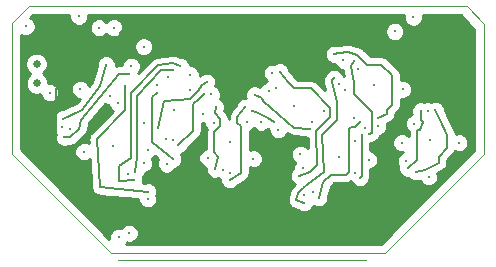
<source format=gbr>
G04 (created by PCBNEW-RS274X (2012-apr-16-27)-stable) date Thu 03 Apr 2014 02:01:57 PM EDT*
G01*
G70*
G90*
%MOIN*%
G04 Gerber Fmt 3.4, Leading zero omitted, Abs format*
%FSLAX34Y34*%
G04 APERTURE LIST*
%ADD10C,0.006000*%
%ADD11C,0.000400*%
%ADD12C,0.002000*%
%ADD13C,0.013000*%
%ADD14C,0.026000*%
%ADD15C,0.007000*%
%ADD16C,0.008000*%
%ADD17C,0.010000*%
G04 APERTURE END LIST*
G54D10*
G54D11*
X24646Y-27224D02*
X27953Y-23917D01*
X15512Y-27224D02*
X12205Y-23917D01*
X15512Y-27224D02*
X24646Y-27224D01*
X12766Y-18996D02*
X12205Y-19557D01*
X27392Y-18996D02*
X27953Y-19596D01*
X26939Y-18996D02*
X27392Y-18996D01*
X27953Y-19596D02*
X27953Y-23917D01*
X16663Y-18996D02*
X26938Y-18996D01*
X12205Y-19557D02*
X12205Y-23917D01*
X16664Y-18996D02*
X12766Y-18996D01*
X15748Y-27461D02*
X24016Y-27461D01*
G54D12*
X15748Y-27461D02*
X24016Y-27461D01*
G54D13*
X25591Y-19360D03*
X14439Y-19331D03*
X24970Y-19833D03*
X12687Y-19665D03*
X16260Y-24783D03*
X17815Y-20984D03*
X16319Y-24508D03*
X17579Y-21122D03*
X17087Y-23051D03*
X18701Y-21516D03*
X17736Y-23622D03*
X18602Y-21909D03*
X18996Y-22362D03*
X18986Y-24419D03*
X19980Y-22362D03*
X19469Y-24774D03*
X20945Y-22854D03*
X20197Y-22480D03*
X22146Y-23081D03*
X20295Y-21939D03*
X21132Y-21171D03*
X21788Y-24643D03*
X23868Y-23268D03*
X23809Y-24705D03*
X24114Y-23248D03*
X23612Y-20827D03*
X22953Y-20591D03*
X24400Y-22717D03*
X25827Y-22480D03*
X25394Y-24390D03*
X26319Y-22451D03*
X25669Y-24518D03*
X21949Y-25285D03*
X23120Y-21585D03*
X23612Y-22707D03*
X22254Y-25177D03*
X15728Y-22205D03*
X16732Y-25413D03*
X15965Y-21663D03*
X16732Y-25177D03*
X17047Y-21870D03*
X17559Y-24094D03*
X21949Y-25551D03*
X22943Y-21388D03*
X23819Y-22835D03*
X22441Y-25384D03*
X16594Y-20334D03*
X13878Y-23012D03*
X16181Y-20994D03*
X14154Y-23071D03*
X16083Y-24587D03*
X17402Y-21339D03*
X18150Y-21280D03*
X16594Y-24232D03*
X17343Y-23406D03*
X18150Y-21772D03*
X17579Y-23445D03*
X18858Y-21929D03*
X18937Y-22874D03*
X19252Y-24459D03*
X19469Y-24537D03*
X20039Y-22835D03*
X17028Y-21614D03*
X17362Y-24252D03*
X20778Y-21811D03*
X21083Y-23100D03*
X21024Y-21703D03*
X22215Y-22854D03*
X21900Y-24380D03*
X20876Y-21220D03*
X23642Y-24537D03*
X23652Y-23494D03*
X23730Y-21083D03*
X23967Y-23051D03*
X23248Y-20787D03*
X24409Y-22992D03*
X25354Y-24154D03*
X25620Y-22904D03*
X26093Y-24675D03*
X26083Y-22480D03*
X13898Y-22736D03*
X15354Y-20945D03*
X16103Y-21240D03*
X13957Y-23366D03*
G54D14*
X13593Y-20846D03*
G54D13*
X24203Y-26732D03*
X25069Y-19557D03*
X15797Y-19872D03*
X16299Y-26329D03*
G54D14*
X13031Y-20915D03*
G54D13*
X24262Y-21614D03*
X26152Y-23445D03*
X14488Y-21752D03*
X17618Y-22441D03*
X15768Y-26693D03*
X19488Y-23524D03*
X15108Y-19705D03*
X15571Y-23661D03*
X23120Y-24016D03*
X21614Y-22323D03*
G54D14*
X13041Y-21555D03*
G54D13*
X16112Y-26555D03*
X13465Y-21870D03*
X18740Y-24055D03*
X27106Y-23543D03*
X16594Y-22895D03*
X25226Y-21762D03*
X14606Y-23839D03*
X20512Y-22854D03*
X18583Y-22579D03*
X20256Y-24075D03*
X25197Y-23543D03*
X24094Y-24114D03*
X15600Y-19705D03*
X23297Y-21791D03*
X21821Y-23927D03*
X22598Y-22470D03*
X16732Y-23780D03*
X15472Y-21978D03*
G54D15*
X17579Y-20886D02*
X17815Y-20984D01*
X16260Y-24783D02*
X15787Y-24814D01*
X15787Y-24814D02*
X15768Y-24329D01*
X16161Y-21890D02*
X17067Y-20965D01*
X16181Y-24035D02*
X16161Y-21890D01*
X15768Y-24329D02*
X16181Y-24035D01*
X17067Y-20965D02*
X17579Y-20886D01*
X17185Y-21122D02*
X17579Y-21122D01*
X16379Y-24016D02*
X16378Y-23996D01*
X16378Y-21969D02*
X17185Y-21122D01*
X16378Y-23996D02*
X16378Y-21969D01*
X16319Y-24508D02*
X16379Y-24016D01*
X18406Y-21811D02*
X18130Y-22067D01*
X18543Y-21614D02*
X18406Y-21811D01*
X17283Y-22165D02*
X17087Y-23051D01*
X18701Y-21516D02*
X18543Y-21614D01*
X18130Y-22067D02*
X17283Y-22165D01*
X18248Y-22264D02*
X18445Y-22067D01*
X18248Y-23150D02*
X18248Y-22264D01*
X17736Y-23622D02*
X18248Y-23150D01*
X18445Y-22067D02*
X18602Y-21909D01*
X18986Y-24419D02*
X18986Y-24419D01*
X19154Y-22737D02*
X19154Y-22991D01*
X18976Y-22559D02*
X19154Y-22737D01*
X18957Y-23188D02*
X18957Y-23859D01*
X19075Y-24006D02*
X18986Y-24419D01*
X19154Y-22991D02*
X18957Y-23188D01*
X18996Y-22362D02*
X18976Y-22559D01*
X18986Y-24419D02*
X18986Y-24419D01*
X18957Y-23859D02*
X19075Y-24006D01*
X19843Y-24557D02*
X19843Y-22992D01*
X19469Y-24774D02*
X19843Y-24557D01*
X19724Y-22873D02*
X19724Y-22678D01*
X19724Y-22678D02*
X19980Y-22362D01*
X19843Y-22992D02*
X19724Y-22873D01*
X20728Y-22706D02*
X20728Y-22716D01*
X20945Y-22854D02*
X20728Y-22706D01*
X20344Y-22500D02*
X20197Y-22480D01*
X20728Y-22716D02*
X20344Y-22500D01*
X20590Y-22158D02*
X20550Y-22037D01*
X21614Y-23034D02*
X20590Y-22158D01*
X20295Y-21939D02*
X20295Y-21939D01*
X20295Y-21939D02*
X20295Y-21939D01*
X20550Y-22037D02*
X20295Y-21939D01*
X22146Y-23081D02*
X21614Y-23034D01*
X21788Y-24643D02*
X22155Y-24528D01*
X22815Y-22372D02*
X22175Y-21732D01*
X22155Y-24528D02*
X22362Y-24272D01*
X22175Y-21732D02*
X21614Y-21732D01*
X22352Y-23140D02*
X22815Y-22677D01*
X22815Y-22677D02*
X22815Y-22372D01*
X22362Y-24272D02*
X22352Y-23140D01*
X21614Y-21732D02*
X21398Y-21516D01*
X21398Y-21516D02*
X21132Y-21171D01*
X23868Y-23956D02*
X23868Y-23268D01*
X23868Y-23956D02*
X23868Y-24646D01*
X23868Y-24646D02*
X23809Y-24705D01*
X23612Y-21555D02*
X23534Y-21190D01*
X23612Y-21920D02*
X23612Y-21555D01*
X24193Y-22501D02*
X23612Y-21920D01*
X24193Y-23233D02*
X24193Y-22501D01*
X23534Y-21190D02*
X23515Y-20995D01*
X23515Y-20995D02*
X23612Y-20827D01*
X24114Y-23248D02*
X24193Y-23233D01*
X24705Y-22460D02*
X24882Y-22283D01*
X24705Y-22588D02*
X24705Y-22460D01*
X24882Y-21299D02*
X24518Y-20935D01*
X23110Y-20551D02*
X22953Y-20591D01*
X23720Y-20610D02*
X23413Y-20528D01*
X24518Y-20935D02*
X24045Y-20935D01*
X24045Y-20935D02*
X23720Y-20610D01*
X24400Y-22717D02*
X24705Y-22588D01*
X24882Y-22283D02*
X24882Y-21299D01*
X23413Y-20528D02*
X23110Y-20551D01*
X25857Y-22776D02*
X25827Y-22480D01*
X25719Y-23119D02*
X25817Y-23130D01*
X25709Y-24124D02*
X25719Y-23119D01*
X25925Y-22854D02*
X25857Y-22776D01*
X25394Y-24390D02*
X25709Y-24124D01*
X25817Y-23130D02*
X25925Y-22854D01*
X25669Y-24518D02*
X25987Y-24465D01*
X26437Y-24006D02*
X26722Y-23721D01*
X26722Y-23287D02*
X26466Y-22785D01*
X26437Y-24203D02*
X26437Y-24006D01*
X26466Y-22785D02*
X26319Y-22451D01*
X25987Y-24465D02*
X26437Y-24203D01*
X26722Y-23721D02*
X26722Y-23287D01*
X15984Y-22461D02*
X15965Y-21663D01*
X15965Y-21663D02*
X15965Y-21663D01*
X15039Y-23406D02*
X15138Y-25020D01*
X15138Y-25020D02*
X16732Y-25177D01*
X15984Y-22461D02*
X15039Y-23406D01*
X16870Y-23524D02*
X17559Y-24094D01*
X16890Y-22814D02*
X16870Y-22834D01*
X16870Y-22834D02*
X16870Y-23524D01*
X17047Y-21870D02*
X16890Y-22008D01*
X16890Y-22008D02*
X16890Y-22814D01*
G54D16*
X22864Y-21447D02*
X22943Y-21388D01*
G54D15*
X21683Y-25463D02*
X21949Y-25551D01*
G54D16*
X22864Y-21526D02*
X22864Y-21447D01*
G54D15*
X23031Y-22795D02*
X22539Y-23287D01*
X22086Y-24902D02*
X21899Y-25050D01*
X21899Y-25050D02*
X21732Y-25217D01*
X21732Y-25217D02*
X21683Y-25463D01*
X23031Y-22185D02*
X23031Y-22795D01*
X22539Y-23287D02*
X22608Y-24519D01*
X22608Y-24519D02*
X22086Y-24902D01*
X22864Y-21526D02*
X23031Y-22185D01*
X23336Y-24606D02*
X22834Y-24606D01*
X23819Y-22835D02*
X23642Y-23002D01*
X22834Y-24606D02*
X22589Y-24851D01*
X23435Y-23071D02*
X23435Y-24507D01*
X22589Y-24851D02*
X22441Y-25384D01*
X23504Y-23002D02*
X23435Y-23071D01*
X23642Y-23002D02*
X23504Y-23002D01*
X23435Y-24507D02*
X23336Y-24606D01*
X13898Y-22736D02*
X14537Y-22451D01*
X15134Y-21641D02*
X15354Y-20945D01*
X14537Y-22451D02*
X15134Y-21641D01*
X13957Y-23366D02*
X14154Y-23366D01*
X15768Y-21240D02*
X16103Y-21240D01*
X14499Y-22776D02*
X15768Y-21240D01*
X14154Y-23366D02*
X14449Y-23071D01*
X14449Y-23071D02*
X14499Y-22776D01*
X16299Y-26329D02*
X23800Y-26329D01*
X13671Y-21762D02*
X13671Y-24154D01*
X23800Y-26329D02*
X24203Y-26732D01*
X25069Y-19557D02*
X16112Y-19557D01*
X16112Y-19557D02*
X15797Y-19872D01*
X15797Y-20108D02*
X14557Y-21348D01*
X14557Y-21348D02*
X14085Y-21348D01*
X14085Y-21348D02*
X13671Y-21762D01*
X15639Y-25669D02*
X16299Y-26329D01*
X15186Y-25669D02*
X15639Y-25669D01*
X13671Y-24154D02*
X15186Y-25669D01*
X15797Y-19872D02*
X15797Y-20108D01*
G54D10*
G36*
X27607Y-19783D02*
X27598Y-23818D01*
X27421Y-23995D01*
X27421Y-23606D01*
X27421Y-23481D01*
X27373Y-23365D01*
X27285Y-23276D01*
X27169Y-23228D01*
X27044Y-23228D01*
X27000Y-23246D01*
X26994Y-23225D01*
X26985Y-23178D01*
X26979Y-23169D01*
X26976Y-23157D01*
X26727Y-22670D01*
X26727Y-22669D01*
X26634Y-22458D01*
X26634Y-22389D01*
X26586Y-22273D01*
X26498Y-22184D01*
X26382Y-22136D01*
X26257Y-22136D01*
X26166Y-22173D01*
X26146Y-22165D01*
X26021Y-22165D01*
X25955Y-22192D01*
X25890Y-22165D01*
X25765Y-22165D01*
X25649Y-22213D01*
X25560Y-22301D01*
X25541Y-22346D01*
X25541Y-21825D01*
X25541Y-21700D01*
X25493Y-21584D01*
X25405Y-21495D01*
X25289Y-21447D01*
X25285Y-21447D01*
X25285Y-19896D01*
X25285Y-19771D01*
X25237Y-19655D01*
X25149Y-19566D01*
X25033Y-19518D01*
X24908Y-19518D01*
X24792Y-19566D01*
X24703Y-19654D01*
X24655Y-19770D01*
X24655Y-19895D01*
X24703Y-20011D01*
X24791Y-20100D01*
X24907Y-20148D01*
X25032Y-20148D01*
X25148Y-20100D01*
X25237Y-20012D01*
X25285Y-19896D01*
X25285Y-21447D01*
X25167Y-21447D01*
X25167Y-21299D01*
X25166Y-21298D01*
X25167Y-21298D01*
X25163Y-21279D01*
X25145Y-21190D01*
X25084Y-21097D01*
X25081Y-21095D01*
X24720Y-20733D01*
X24627Y-20672D01*
X24518Y-20649D01*
X24513Y-20650D01*
X24163Y-20650D01*
X23922Y-20408D01*
X23903Y-20395D01*
X23893Y-20384D01*
X23862Y-20369D01*
X23829Y-20347D01*
X23808Y-20342D01*
X23793Y-20335D01*
X23487Y-20253D01*
X23436Y-20249D01*
X23391Y-20244D01*
X23089Y-20267D01*
X23065Y-20273D01*
X23040Y-20275D01*
X23023Y-20279D01*
X23016Y-20276D01*
X22891Y-20276D01*
X22775Y-20324D01*
X22686Y-20412D01*
X22638Y-20528D01*
X22638Y-20653D01*
X22686Y-20769D01*
X22774Y-20858D01*
X22890Y-20906D01*
X22956Y-20906D01*
X22981Y-20965D01*
X23069Y-21054D01*
X23185Y-21102D01*
X23238Y-21102D01*
X23250Y-21217D01*
X23254Y-21232D01*
X23255Y-21250D01*
X23266Y-21304D01*
X23245Y-21295D01*
X23210Y-21210D01*
X23122Y-21121D01*
X23006Y-21073D01*
X22881Y-21073D01*
X22765Y-21121D01*
X22676Y-21209D01*
X22663Y-21238D01*
X22659Y-21242D01*
X22638Y-21272D01*
X22615Y-21299D01*
X22608Y-21317D01*
X22596Y-21336D01*
X22588Y-21373D01*
X22577Y-21406D01*
X22578Y-21426D01*
X22574Y-21447D01*
X22574Y-21526D01*
X22588Y-21596D01*
X22596Y-21637D01*
X22599Y-21642D01*
X22637Y-21790D01*
X22377Y-21530D01*
X22284Y-21469D01*
X22175Y-21446D01*
X22170Y-21447D01*
X21732Y-21447D01*
X21606Y-21320D01*
X21447Y-21112D01*
X21447Y-21109D01*
X21399Y-20993D01*
X21311Y-20904D01*
X21195Y-20856D01*
X21070Y-20856D01*
X20954Y-20904D01*
X20948Y-20909D01*
X20939Y-20905D01*
X20814Y-20905D01*
X20698Y-20953D01*
X20609Y-21041D01*
X20561Y-21157D01*
X20561Y-21282D01*
X20609Y-21398D01*
X20697Y-21487D01*
X20718Y-21496D01*
X20716Y-21496D01*
X20600Y-21544D01*
X20511Y-21632D01*
X20488Y-21686D01*
X20474Y-21672D01*
X20358Y-21624D01*
X20233Y-21624D01*
X20117Y-21672D01*
X20028Y-21760D01*
X19980Y-21876D01*
X19980Y-22001D01*
X19999Y-22047D01*
X19918Y-22047D01*
X19802Y-22095D01*
X19713Y-22183D01*
X19665Y-22297D01*
X19503Y-22499D01*
X19486Y-22530D01*
X19461Y-22569D01*
X19458Y-22583D01*
X19451Y-22597D01*
X19446Y-22639D01*
X19439Y-22678D01*
X19439Y-22736D01*
X19417Y-22628D01*
X19356Y-22535D01*
X19353Y-22533D01*
X19291Y-22471D01*
X19311Y-22425D01*
X19311Y-22300D01*
X19263Y-22184D01*
X19175Y-22095D01*
X19136Y-22079D01*
X19173Y-21992D01*
X19173Y-21867D01*
X19125Y-21751D01*
X19037Y-21662D01*
X18989Y-21642D01*
X19016Y-21579D01*
X19016Y-21454D01*
X18968Y-21338D01*
X18880Y-21249D01*
X18764Y-21201D01*
X18639Y-21201D01*
X18523Y-21249D01*
X18465Y-21306D01*
X18465Y-21218D01*
X18417Y-21102D01*
X18329Y-21013D01*
X18213Y-20965D01*
X18130Y-20965D01*
X18130Y-20922D01*
X18082Y-20806D01*
X17994Y-20717D01*
X17878Y-20669D01*
X17799Y-20669D01*
X17689Y-20623D01*
X17667Y-20618D01*
X17646Y-20609D01*
X17611Y-20607D01*
X17579Y-20601D01*
X17558Y-20605D01*
X17535Y-20604D01*
X17023Y-20683D01*
X16984Y-20697D01*
X16955Y-20704D01*
X16939Y-20714D01*
X16919Y-20722D01*
X16909Y-20730D01*
X16909Y-20397D01*
X16909Y-20272D01*
X16861Y-20156D01*
X16773Y-20067D01*
X16657Y-20019D01*
X16532Y-20019D01*
X16416Y-20067D01*
X16327Y-20155D01*
X16279Y-20271D01*
X16279Y-20396D01*
X16327Y-20512D01*
X16415Y-20601D01*
X16531Y-20649D01*
X16656Y-20649D01*
X16772Y-20601D01*
X16861Y-20513D01*
X16909Y-20397D01*
X16909Y-20730D01*
X16890Y-20747D01*
X16863Y-20766D01*
X16418Y-21220D01*
X16418Y-21202D01*
X16448Y-21173D01*
X16496Y-21057D01*
X16496Y-20932D01*
X16448Y-20816D01*
X16360Y-20727D01*
X16244Y-20679D01*
X16119Y-20679D01*
X16003Y-20727D01*
X15915Y-20814D01*
X15915Y-19768D01*
X15915Y-19643D01*
X15867Y-19527D01*
X15779Y-19438D01*
X15663Y-19390D01*
X15538Y-19390D01*
X15422Y-19438D01*
X15353Y-19505D01*
X15287Y-19438D01*
X15171Y-19390D01*
X15046Y-19390D01*
X14930Y-19438D01*
X14841Y-19526D01*
X14793Y-19642D01*
X14793Y-19767D01*
X14841Y-19883D01*
X14929Y-19972D01*
X15045Y-20020D01*
X15170Y-20020D01*
X15286Y-19972D01*
X15354Y-19904D01*
X15421Y-19972D01*
X15537Y-20020D01*
X15662Y-20020D01*
X15778Y-19972D01*
X15867Y-19884D01*
X15915Y-19768D01*
X15915Y-20814D01*
X15914Y-20815D01*
X15866Y-20931D01*
X15866Y-20955D01*
X15768Y-20955D01*
X15752Y-20958D01*
X15742Y-20957D01*
X15712Y-20966D01*
X15669Y-20974D01*
X15669Y-20883D01*
X15621Y-20767D01*
X15533Y-20678D01*
X15417Y-20630D01*
X15292Y-20630D01*
X15176Y-20678D01*
X15087Y-20766D01*
X15039Y-20882D01*
X15039Y-20993D01*
X14875Y-21511D01*
X14781Y-21639D01*
X14755Y-21574D01*
X14667Y-21485D01*
X14551Y-21437D01*
X14426Y-21437D01*
X14310Y-21485D01*
X14221Y-21573D01*
X14173Y-21689D01*
X14173Y-21814D01*
X14221Y-21930D01*
X14309Y-22019D01*
X14425Y-22067D01*
X14466Y-22067D01*
X14352Y-22221D01*
X13905Y-22421D01*
X13836Y-22421D01*
X13780Y-22444D01*
X13780Y-21933D01*
X13780Y-21808D01*
X13732Y-21692D01*
X13644Y-21603D01*
X13528Y-21555D01*
X13421Y-21555D01*
X13421Y-21480D01*
X13363Y-21340D01*
X13257Y-21233D01*
X13252Y-21230D01*
X13353Y-21131D01*
X13411Y-20991D01*
X13411Y-20840D01*
X13353Y-20700D01*
X13247Y-20593D01*
X13107Y-20535D01*
X12956Y-20535D01*
X12816Y-20593D01*
X12709Y-20699D01*
X12651Y-20839D01*
X12651Y-20990D01*
X12709Y-21130D01*
X12815Y-21237D01*
X12819Y-21239D01*
X12719Y-21339D01*
X12661Y-21479D01*
X12661Y-21630D01*
X12719Y-21770D01*
X12825Y-21877D01*
X12965Y-21935D01*
X13116Y-21935D01*
X13150Y-21920D01*
X13150Y-21932D01*
X13198Y-22048D01*
X13286Y-22137D01*
X13402Y-22185D01*
X13527Y-22185D01*
X13643Y-22137D01*
X13732Y-22049D01*
X13780Y-21933D01*
X13780Y-22444D01*
X13720Y-22469D01*
X13631Y-22557D01*
X13583Y-22673D01*
X13583Y-22798D01*
X13604Y-22849D01*
X13563Y-22949D01*
X13563Y-23074D01*
X13611Y-23190D01*
X13665Y-23245D01*
X13642Y-23303D01*
X13642Y-23428D01*
X13690Y-23544D01*
X13778Y-23633D01*
X13894Y-23681D01*
X14019Y-23681D01*
X14091Y-23651D01*
X14149Y-23651D01*
X14154Y-23652D01*
X14154Y-23651D01*
X14263Y-23629D01*
X14356Y-23568D01*
X14650Y-23273D01*
X14668Y-23245D01*
X14690Y-23222D01*
X14698Y-23200D01*
X14712Y-23180D01*
X14718Y-23147D01*
X14730Y-23119D01*
X14767Y-22899D01*
X15304Y-22249D01*
X15409Y-22293D01*
X15423Y-22293D01*
X15461Y-22383D01*
X15549Y-22472D01*
X15563Y-22478D01*
X14837Y-23204D01*
X14831Y-23211D01*
X14825Y-23217D01*
X14801Y-23258D01*
X14776Y-23297D01*
X14774Y-23305D01*
X14770Y-23313D01*
X14765Y-23348D01*
X14753Y-23406D01*
X14755Y-23418D01*
X14755Y-23423D01*
X14763Y-23563D01*
X14669Y-23524D01*
X14544Y-23524D01*
X14428Y-23572D01*
X14339Y-23660D01*
X14291Y-23776D01*
X14291Y-23901D01*
X14339Y-24017D01*
X14427Y-24106D01*
X14543Y-24154D01*
X14668Y-24154D01*
X14784Y-24106D01*
X14795Y-24094D01*
X14853Y-25037D01*
X14862Y-25073D01*
X14866Y-25103D01*
X14875Y-25121D01*
X14882Y-25145D01*
X14901Y-25171D01*
X14917Y-25201D01*
X14933Y-25214D01*
X14948Y-25234D01*
X14981Y-25253D01*
X15004Y-25271D01*
X15024Y-25277D01*
X15045Y-25289D01*
X15074Y-25293D01*
X15110Y-25304D01*
X16417Y-25431D01*
X16417Y-25475D01*
X16465Y-25591D01*
X16553Y-25680D01*
X16669Y-25728D01*
X16794Y-25728D01*
X16910Y-25680D01*
X16999Y-25592D01*
X17047Y-25476D01*
X17047Y-25351D01*
X17024Y-25295D01*
X17047Y-25240D01*
X17047Y-25115D01*
X16999Y-24999D01*
X16911Y-24910D01*
X16795Y-24862D01*
X16670Y-24862D01*
X16626Y-24879D01*
X16563Y-24873D01*
X16575Y-24846D01*
X16575Y-24721D01*
X16568Y-24704D01*
X16586Y-24687D01*
X16634Y-24571D01*
X16634Y-24547D01*
X16656Y-24547D01*
X16772Y-24499D01*
X16861Y-24411D01*
X16909Y-24295D01*
X16909Y-24170D01*
X16865Y-24065D01*
X16910Y-24047D01*
X16975Y-23981D01*
X17092Y-24078D01*
X17047Y-24189D01*
X17047Y-24314D01*
X17095Y-24430D01*
X17183Y-24519D01*
X17299Y-24567D01*
X17424Y-24567D01*
X17540Y-24519D01*
X17629Y-24431D01*
X17641Y-24400D01*
X17737Y-24361D01*
X17826Y-24273D01*
X17874Y-24157D01*
X17874Y-24032D01*
X17829Y-23924D01*
X17914Y-23889D01*
X18003Y-23801D01*
X18028Y-23739D01*
X18441Y-23359D01*
X18442Y-23356D01*
X18450Y-23352D01*
X18489Y-23292D01*
X18506Y-23269D01*
X18506Y-23265D01*
X18511Y-23259D01*
X18521Y-23207D01*
X18533Y-23161D01*
X18532Y-23154D01*
X18533Y-23150D01*
X18533Y-22894D01*
X18622Y-22894D01*
X18622Y-22936D01*
X18670Y-23052D01*
X18695Y-23077D01*
X18694Y-23079D01*
X18671Y-23188D01*
X18672Y-23192D01*
X18672Y-23742D01*
X18562Y-23788D01*
X18473Y-23876D01*
X18425Y-23992D01*
X18425Y-24117D01*
X18473Y-24233D01*
X18561Y-24322D01*
X18671Y-24367D01*
X18671Y-24481D01*
X18719Y-24597D01*
X18807Y-24686D01*
X18923Y-24734D01*
X19048Y-24734D01*
X19071Y-24724D01*
X19073Y-24726D01*
X19154Y-24759D01*
X19154Y-24836D01*
X19202Y-24952D01*
X19290Y-25041D01*
X19406Y-25089D01*
X19531Y-25089D01*
X19647Y-25041D01*
X19736Y-24953D01*
X19738Y-24947D01*
X19986Y-24804D01*
X20012Y-24780D01*
X20045Y-24759D01*
X20057Y-24740D01*
X20069Y-24730D01*
X20085Y-24697D01*
X20106Y-24666D01*
X20109Y-24650D01*
X20119Y-24631D01*
X20121Y-24590D01*
X20128Y-24557D01*
X20128Y-24363D01*
X20193Y-24390D01*
X20318Y-24390D01*
X20434Y-24342D01*
X20523Y-24254D01*
X20571Y-24138D01*
X20571Y-24013D01*
X20523Y-23897D01*
X20435Y-23808D01*
X20319Y-23760D01*
X20194Y-23760D01*
X20128Y-23787D01*
X20128Y-23138D01*
X20217Y-23102D01*
X20266Y-23053D01*
X20333Y-23121D01*
X20449Y-23169D01*
X20574Y-23169D01*
X20690Y-23121D01*
X20728Y-23083D01*
X20766Y-23121D01*
X20768Y-23121D01*
X20768Y-23162D01*
X20816Y-23278D01*
X20904Y-23367D01*
X21020Y-23415D01*
X21145Y-23415D01*
X21261Y-23367D01*
X21350Y-23279D01*
X21379Y-23207D01*
X21429Y-23250D01*
X21453Y-23263D01*
X21482Y-23286D01*
X21507Y-23293D01*
X21526Y-23304D01*
X21553Y-23307D01*
X21589Y-23318D01*
X21975Y-23351D01*
X22069Y-23390D01*
X22072Y-23733D01*
X22000Y-23660D01*
X21884Y-23612D01*
X21759Y-23612D01*
X21643Y-23660D01*
X21554Y-23748D01*
X21506Y-23864D01*
X21506Y-23989D01*
X21554Y-24105D01*
X21641Y-24193D01*
X21633Y-24201D01*
X21585Y-24317D01*
X21585Y-24400D01*
X21521Y-24464D01*
X21473Y-24580D01*
X21473Y-24705D01*
X21521Y-24821D01*
X21609Y-24910D01*
X21627Y-24917D01*
X21530Y-25015D01*
X21513Y-25040D01*
X21495Y-25059D01*
X21484Y-25083D01*
X21469Y-25108D01*
X21462Y-25138D01*
X21453Y-25162D01*
X21404Y-25407D01*
X21404Y-25441D01*
X21399Y-25484D01*
X21404Y-25502D01*
X21404Y-25518D01*
X21417Y-25552D01*
X21428Y-25591D01*
X21437Y-25602D01*
X21445Y-25622D01*
X21478Y-25654D01*
X21497Y-25678D01*
X21510Y-25685D01*
X21525Y-25700D01*
X21560Y-25714D01*
X21594Y-25734D01*
X21732Y-25779D01*
X21770Y-25818D01*
X21886Y-25866D01*
X22011Y-25866D01*
X22127Y-25818D01*
X22216Y-25730D01*
X22252Y-25641D01*
X22262Y-25651D01*
X22378Y-25699D01*
X22503Y-25699D01*
X22619Y-25651D01*
X22708Y-25563D01*
X22756Y-25447D01*
X22756Y-25322D01*
X22754Y-25319D01*
X22842Y-25001D01*
X22952Y-24891D01*
X23331Y-24891D01*
X23336Y-24892D01*
X23336Y-24891D01*
X23445Y-24869D01*
X23512Y-24824D01*
X23518Y-24827D01*
X23542Y-24883D01*
X23630Y-24972D01*
X23746Y-25020D01*
X23871Y-25020D01*
X23987Y-24972D01*
X24076Y-24884D01*
X24124Y-24768D01*
X24124Y-24765D01*
X24131Y-24755D01*
X24153Y-24646D01*
X24153Y-24429D01*
X24156Y-24429D01*
X24272Y-24381D01*
X24361Y-24293D01*
X24409Y-24177D01*
X24409Y-24052D01*
X24361Y-23936D01*
X24273Y-23847D01*
X24157Y-23799D01*
X24153Y-23799D01*
X24153Y-23563D01*
X24176Y-23563D01*
X24292Y-23515D01*
X24327Y-23479D01*
X24329Y-23478D01*
X24349Y-23471D01*
X24368Y-23452D01*
X24395Y-23435D01*
X24409Y-23412D01*
X24429Y-23394D01*
X24440Y-23365D01*
X24456Y-23342D01*
X24461Y-23313D01*
X24464Y-23307D01*
X24471Y-23307D01*
X24587Y-23259D01*
X24676Y-23171D01*
X24724Y-23055D01*
X24724Y-22930D01*
X24709Y-22895D01*
X24814Y-22851D01*
X24816Y-22851D01*
X24861Y-22819D01*
X24907Y-22790D01*
X24908Y-22788D01*
X24919Y-22770D01*
X24968Y-22697D01*
X24970Y-22696D01*
X24986Y-22606D01*
X24990Y-22588D01*
X24990Y-22586D01*
X24990Y-22578D01*
X25081Y-22486D01*
X25083Y-22485D01*
X25084Y-22485D01*
X25145Y-22392D01*
X25167Y-22283D01*
X25167Y-22077D01*
X25288Y-22077D01*
X25404Y-22029D01*
X25493Y-21941D01*
X25541Y-21825D01*
X25541Y-22346D01*
X25512Y-22417D01*
X25512Y-22542D01*
X25535Y-22598D01*
X25442Y-22637D01*
X25353Y-22725D01*
X25305Y-22841D01*
X25305Y-22966D01*
X25353Y-23082D01*
X25434Y-23164D01*
X25432Y-23333D01*
X25376Y-23276D01*
X25260Y-23228D01*
X25135Y-23228D01*
X25019Y-23276D01*
X24930Y-23364D01*
X24882Y-23480D01*
X24882Y-23605D01*
X24930Y-23721D01*
X25018Y-23810D01*
X25134Y-23858D01*
X25246Y-23858D01*
X25176Y-23887D01*
X25087Y-23975D01*
X25039Y-24091D01*
X25039Y-24216D01*
X25081Y-24319D01*
X25079Y-24327D01*
X25079Y-24452D01*
X25127Y-24568D01*
X25215Y-24657D01*
X25331Y-24705D01*
X25410Y-24705D01*
X25490Y-24785D01*
X25606Y-24833D01*
X25731Y-24833D01*
X25805Y-24802D01*
X25826Y-24853D01*
X25914Y-24942D01*
X26030Y-24990D01*
X26155Y-24990D01*
X26271Y-24942D01*
X26360Y-24854D01*
X26408Y-24738D01*
X26408Y-24613D01*
X26386Y-24562D01*
X26580Y-24450D01*
X26606Y-24426D01*
X26639Y-24405D01*
X26651Y-24386D01*
X26663Y-24376D01*
X26678Y-24344D01*
X26700Y-24312D01*
X26703Y-24295D01*
X26713Y-24276D01*
X26715Y-24237D01*
X26722Y-24203D01*
X26722Y-24124D01*
X26921Y-23924D01*
X26923Y-23923D01*
X26924Y-23923D01*
X26982Y-23833D01*
X27043Y-23858D01*
X27168Y-23858D01*
X27284Y-23810D01*
X27373Y-23722D01*
X27421Y-23606D01*
X27421Y-23995D01*
X24507Y-26919D01*
X15997Y-26909D01*
X16035Y-26872D01*
X16037Y-26865D01*
X16049Y-26870D01*
X16174Y-26870D01*
X16290Y-26822D01*
X16379Y-26734D01*
X16427Y-26618D01*
X16427Y-26493D01*
X16379Y-26377D01*
X16291Y-26288D01*
X16175Y-26240D01*
X16050Y-26240D01*
X15934Y-26288D01*
X15845Y-26376D01*
X15842Y-26382D01*
X15831Y-26378D01*
X15706Y-26378D01*
X15590Y-26426D01*
X15501Y-26514D01*
X15453Y-26630D01*
X15453Y-26738D01*
X12520Y-23760D01*
X12520Y-19936D01*
X12624Y-19980D01*
X12749Y-19980D01*
X12865Y-19932D01*
X12954Y-19844D01*
X13002Y-19728D01*
X13002Y-19603D01*
X12954Y-19487D01*
X12866Y-19398D01*
X12818Y-19378D01*
X12915Y-19282D01*
X14124Y-19282D01*
X14124Y-19393D01*
X14172Y-19509D01*
X14260Y-19598D01*
X14376Y-19646D01*
X14501Y-19646D01*
X14617Y-19598D01*
X14706Y-19510D01*
X14754Y-19394D01*
X14754Y-19282D01*
X25282Y-19282D01*
X25276Y-19297D01*
X25276Y-19422D01*
X25324Y-19538D01*
X25412Y-19627D01*
X25528Y-19675D01*
X25653Y-19675D01*
X25769Y-19627D01*
X25858Y-19539D01*
X25906Y-19423D01*
X25906Y-19298D01*
X25899Y-19282D01*
X27163Y-19282D01*
X27607Y-19783D01*
X27607Y-19783D01*
G37*
G54D17*
X27607Y-19783D02*
X27598Y-23818D01*
X27421Y-23995D01*
X27421Y-23606D01*
X27421Y-23481D01*
X27373Y-23365D01*
X27285Y-23276D01*
X27169Y-23228D01*
X27044Y-23228D01*
X27000Y-23246D01*
X26994Y-23225D01*
X26985Y-23178D01*
X26979Y-23169D01*
X26976Y-23157D01*
X26727Y-22670D01*
X26727Y-22669D01*
X26634Y-22458D01*
X26634Y-22389D01*
X26586Y-22273D01*
X26498Y-22184D01*
X26382Y-22136D01*
X26257Y-22136D01*
X26166Y-22173D01*
X26146Y-22165D01*
X26021Y-22165D01*
X25955Y-22192D01*
X25890Y-22165D01*
X25765Y-22165D01*
X25649Y-22213D01*
X25560Y-22301D01*
X25541Y-22346D01*
X25541Y-21825D01*
X25541Y-21700D01*
X25493Y-21584D01*
X25405Y-21495D01*
X25289Y-21447D01*
X25285Y-21447D01*
X25285Y-19896D01*
X25285Y-19771D01*
X25237Y-19655D01*
X25149Y-19566D01*
X25033Y-19518D01*
X24908Y-19518D01*
X24792Y-19566D01*
X24703Y-19654D01*
X24655Y-19770D01*
X24655Y-19895D01*
X24703Y-20011D01*
X24791Y-20100D01*
X24907Y-20148D01*
X25032Y-20148D01*
X25148Y-20100D01*
X25237Y-20012D01*
X25285Y-19896D01*
X25285Y-21447D01*
X25167Y-21447D01*
X25167Y-21299D01*
X25166Y-21298D01*
X25167Y-21298D01*
X25163Y-21279D01*
X25145Y-21190D01*
X25084Y-21097D01*
X25081Y-21095D01*
X24720Y-20733D01*
X24627Y-20672D01*
X24518Y-20649D01*
X24513Y-20650D01*
X24163Y-20650D01*
X23922Y-20408D01*
X23903Y-20395D01*
X23893Y-20384D01*
X23862Y-20369D01*
X23829Y-20347D01*
X23808Y-20342D01*
X23793Y-20335D01*
X23487Y-20253D01*
X23436Y-20249D01*
X23391Y-20244D01*
X23089Y-20267D01*
X23065Y-20273D01*
X23040Y-20275D01*
X23023Y-20279D01*
X23016Y-20276D01*
X22891Y-20276D01*
X22775Y-20324D01*
X22686Y-20412D01*
X22638Y-20528D01*
X22638Y-20653D01*
X22686Y-20769D01*
X22774Y-20858D01*
X22890Y-20906D01*
X22956Y-20906D01*
X22981Y-20965D01*
X23069Y-21054D01*
X23185Y-21102D01*
X23238Y-21102D01*
X23250Y-21217D01*
X23254Y-21232D01*
X23255Y-21250D01*
X23266Y-21304D01*
X23245Y-21295D01*
X23210Y-21210D01*
X23122Y-21121D01*
X23006Y-21073D01*
X22881Y-21073D01*
X22765Y-21121D01*
X22676Y-21209D01*
X22663Y-21238D01*
X22659Y-21242D01*
X22638Y-21272D01*
X22615Y-21299D01*
X22608Y-21317D01*
X22596Y-21336D01*
X22588Y-21373D01*
X22577Y-21406D01*
X22578Y-21426D01*
X22574Y-21447D01*
X22574Y-21526D01*
X22588Y-21596D01*
X22596Y-21637D01*
X22599Y-21642D01*
X22637Y-21790D01*
X22377Y-21530D01*
X22284Y-21469D01*
X22175Y-21446D01*
X22170Y-21447D01*
X21732Y-21447D01*
X21606Y-21320D01*
X21447Y-21112D01*
X21447Y-21109D01*
X21399Y-20993D01*
X21311Y-20904D01*
X21195Y-20856D01*
X21070Y-20856D01*
X20954Y-20904D01*
X20948Y-20909D01*
X20939Y-20905D01*
X20814Y-20905D01*
X20698Y-20953D01*
X20609Y-21041D01*
X20561Y-21157D01*
X20561Y-21282D01*
X20609Y-21398D01*
X20697Y-21487D01*
X20718Y-21496D01*
X20716Y-21496D01*
X20600Y-21544D01*
X20511Y-21632D01*
X20488Y-21686D01*
X20474Y-21672D01*
X20358Y-21624D01*
X20233Y-21624D01*
X20117Y-21672D01*
X20028Y-21760D01*
X19980Y-21876D01*
X19980Y-22001D01*
X19999Y-22047D01*
X19918Y-22047D01*
X19802Y-22095D01*
X19713Y-22183D01*
X19665Y-22297D01*
X19503Y-22499D01*
X19486Y-22530D01*
X19461Y-22569D01*
X19458Y-22583D01*
X19451Y-22597D01*
X19446Y-22639D01*
X19439Y-22678D01*
X19439Y-22736D01*
X19417Y-22628D01*
X19356Y-22535D01*
X19353Y-22533D01*
X19291Y-22471D01*
X19311Y-22425D01*
X19311Y-22300D01*
X19263Y-22184D01*
X19175Y-22095D01*
X19136Y-22079D01*
X19173Y-21992D01*
X19173Y-21867D01*
X19125Y-21751D01*
X19037Y-21662D01*
X18989Y-21642D01*
X19016Y-21579D01*
X19016Y-21454D01*
X18968Y-21338D01*
X18880Y-21249D01*
X18764Y-21201D01*
X18639Y-21201D01*
X18523Y-21249D01*
X18465Y-21306D01*
X18465Y-21218D01*
X18417Y-21102D01*
X18329Y-21013D01*
X18213Y-20965D01*
X18130Y-20965D01*
X18130Y-20922D01*
X18082Y-20806D01*
X17994Y-20717D01*
X17878Y-20669D01*
X17799Y-20669D01*
X17689Y-20623D01*
X17667Y-20618D01*
X17646Y-20609D01*
X17611Y-20607D01*
X17579Y-20601D01*
X17558Y-20605D01*
X17535Y-20604D01*
X17023Y-20683D01*
X16984Y-20697D01*
X16955Y-20704D01*
X16939Y-20714D01*
X16919Y-20722D01*
X16909Y-20730D01*
X16909Y-20397D01*
X16909Y-20272D01*
X16861Y-20156D01*
X16773Y-20067D01*
X16657Y-20019D01*
X16532Y-20019D01*
X16416Y-20067D01*
X16327Y-20155D01*
X16279Y-20271D01*
X16279Y-20396D01*
X16327Y-20512D01*
X16415Y-20601D01*
X16531Y-20649D01*
X16656Y-20649D01*
X16772Y-20601D01*
X16861Y-20513D01*
X16909Y-20397D01*
X16909Y-20730D01*
X16890Y-20747D01*
X16863Y-20766D01*
X16418Y-21220D01*
X16418Y-21202D01*
X16448Y-21173D01*
X16496Y-21057D01*
X16496Y-20932D01*
X16448Y-20816D01*
X16360Y-20727D01*
X16244Y-20679D01*
X16119Y-20679D01*
X16003Y-20727D01*
X15915Y-20814D01*
X15915Y-19768D01*
X15915Y-19643D01*
X15867Y-19527D01*
X15779Y-19438D01*
X15663Y-19390D01*
X15538Y-19390D01*
X15422Y-19438D01*
X15353Y-19505D01*
X15287Y-19438D01*
X15171Y-19390D01*
X15046Y-19390D01*
X14930Y-19438D01*
X14841Y-19526D01*
X14793Y-19642D01*
X14793Y-19767D01*
X14841Y-19883D01*
X14929Y-19972D01*
X15045Y-20020D01*
X15170Y-20020D01*
X15286Y-19972D01*
X15354Y-19904D01*
X15421Y-19972D01*
X15537Y-20020D01*
X15662Y-20020D01*
X15778Y-19972D01*
X15867Y-19884D01*
X15915Y-19768D01*
X15915Y-20814D01*
X15914Y-20815D01*
X15866Y-20931D01*
X15866Y-20955D01*
X15768Y-20955D01*
X15752Y-20958D01*
X15742Y-20957D01*
X15712Y-20966D01*
X15669Y-20974D01*
X15669Y-20883D01*
X15621Y-20767D01*
X15533Y-20678D01*
X15417Y-20630D01*
X15292Y-20630D01*
X15176Y-20678D01*
X15087Y-20766D01*
X15039Y-20882D01*
X15039Y-20993D01*
X14875Y-21511D01*
X14781Y-21639D01*
X14755Y-21574D01*
X14667Y-21485D01*
X14551Y-21437D01*
X14426Y-21437D01*
X14310Y-21485D01*
X14221Y-21573D01*
X14173Y-21689D01*
X14173Y-21814D01*
X14221Y-21930D01*
X14309Y-22019D01*
X14425Y-22067D01*
X14466Y-22067D01*
X14352Y-22221D01*
X13905Y-22421D01*
X13836Y-22421D01*
X13780Y-22444D01*
X13780Y-21933D01*
X13780Y-21808D01*
X13732Y-21692D01*
X13644Y-21603D01*
X13528Y-21555D01*
X13421Y-21555D01*
X13421Y-21480D01*
X13363Y-21340D01*
X13257Y-21233D01*
X13252Y-21230D01*
X13353Y-21131D01*
X13411Y-20991D01*
X13411Y-20840D01*
X13353Y-20700D01*
X13247Y-20593D01*
X13107Y-20535D01*
X12956Y-20535D01*
X12816Y-20593D01*
X12709Y-20699D01*
X12651Y-20839D01*
X12651Y-20990D01*
X12709Y-21130D01*
X12815Y-21237D01*
X12819Y-21239D01*
X12719Y-21339D01*
X12661Y-21479D01*
X12661Y-21630D01*
X12719Y-21770D01*
X12825Y-21877D01*
X12965Y-21935D01*
X13116Y-21935D01*
X13150Y-21920D01*
X13150Y-21932D01*
X13198Y-22048D01*
X13286Y-22137D01*
X13402Y-22185D01*
X13527Y-22185D01*
X13643Y-22137D01*
X13732Y-22049D01*
X13780Y-21933D01*
X13780Y-22444D01*
X13720Y-22469D01*
X13631Y-22557D01*
X13583Y-22673D01*
X13583Y-22798D01*
X13604Y-22849D01*
X13563Y-22949D01*
X13563Y-23074D01*
X13611Y-23190D01*
X13665Y-23245D01*
X13642Y-23303D01*
X13642Y-23428D01*
X13690Y-23544D01*
X13778Y-23633D01*
X13894Y-23681D01*
X14019Y-23681D01*
X14091Y-23651D01*
X14149Y-23651D01*
X14154Y-23652D01*
X14154Y-23651D01*
X14263Y-23629D01*
X14356Y-23568D01*
X14650Y-23273D01*
X14668Y-23245D01*
X14690Y-23222D01*
X14698Y-23200D01*
X14712Y-23180D01*
X14718Y-23147D01*
X14730Y-23119D01*
X14767Y-22899D01*
X15304Y-22249D01*
X15409Y-22293D01*
X15423Y-22293D01*
X15461Y-22383D01*
X15549Y-22472D01*
X15563Y-22478D01*
X14837Y-23204D01*
X14831Y-23211D01*
X14825Y-23217D01*
X14801Y-23258D01*
X14776Y-23297D01*
X14774Y-23305D01*
X14770Y-23313D01*
X14765Y-23348D01*
X14753Y-23406D01*
X14755Y-23418D01*
X14755Y-23423D01*
X14763Y-23563D01*
X14669Y-23524D01*
X14544Y-23524D01*
X14428Y-23572D01*
X14339Y-23660D01*
X14291Y-23776D01*
X14291Y-23901D01*
X14339Y-24017D01*
X14427Y-24106D01*
X14543Y-24154D01*
X14668Y-24154D01*
X14784Y-24106D01*
X14795Y-24094D01*
X14853Y-25037D01*
X14862Y-25073D01*
X14866Y-25103D01*
X14875Y-25121D01*
X14882Y-25145D01*
X14901Y-25171D01*
X14917Y-25201D01*
X14933Y-25214D01*
X14948Y-25234D01*
X14981Y-25253D01*
X15004Y-25271D01*
X15024Y-25277D01*
X15045Y-25289D01*
X15074Y-25293D01*
X15110Y-25304D01*
X16417Y-25431D01*
X16417Y-25475D01*
X16465Y-25591D01*
X16553Y-25680D01*
X16669Y-25728D01*
X16794Y-25728D01*
X16910Y-25680D01*
X16999Y-25592D01*
X17047Y-25476D01*
X17047Y-25351D01*
X17024Y-25295D01*
X17047Y-25240D01*
X17047Y-25115D01*
X16999Y-24999D01*
X16911Y-24910D01*
X16795Y-24862D01*
X16670Y-24862D01*
X16626Y-24879D01*
X16563Y-24873D01*
X16575Y-24846D01*
X16575Y-24721D01*
X16568Y-24704D01*
X16586Y-24687D01*
X16634Y-24571D01*
X16634Y-24547D01*
X16656Y-24547D01*
X16772Y-24499D01*
X16861Y-24411D01*
X16909Y-24295D01*
X16909Y-24170D01*
X16865Y-24065D01*
X16910Y-24047D01*
X16975Y-23981D01*
X17092Y-24078D01*
X17047Y-24189D01*
X17047Y-24314D01*
X17095Y-24430D01*
X17183Y-24519D01*
X17299Y-24567D01*
X17424Y-24567D01*
X17540Y-24519D01*
X17629Y-24431D01*
X17641Y-24400D01*
X17737Y-24361D01*
X17826Y-24273D01*
X17874Y-24157D01*
X17874Y-24032D01*
X17829Y-23924D01*
X17914Y-23889D01*
X18003Y-23801D01*
X18028Y-23739D01*
X18441Y-23359D01*
X18442Y-23356D01*
X18450Y-23352D01*
X18489Y-23292D01*
X18506Y-23269D01*
X18506Y-23265D01*
X18511Y-23259D01*
X18521Y-23207D01*
X18533Y-23161D01*
X18532Y-23154D01*
X18533Y-23150D01*
X18533Y-22894D01*
X18622Y-22894D01*
X18622Y-22936D01*
X18670Y-23052D01*
X18695Y-23077D01*
X18694Y-23079D01*
X18671Y-23188D01*
X18672Y-23192D01*
X18672Y-23742D01*
X18562Y-23788D01*
X18473Y-23876D01*
X18425Y-23992D01*
X18425Y-24117D01*
X18473Y-24233D01*
X18561Y-24322D01*
X18671Y-24367D01*
X18671Y-24481D01*
X18719Y-24597D01*
X18807Y-24686D01*
X18923Y-24734D01*
X19048Y-24734D01*
X19071Y-24724D01*
X19073Y-24726D01*
X19154Y-24759D01*
X19154Y-24836D01*
X19202Y-24952D01*
X19290Y-25041D01*
X19406Y-25089D01*
X19531Y-25089D01*
X19647Y-25041D01*
X19736Y-24953D01*
X19738Y-24947D01*
X19986Y-24804D01*
X20012Y-24780D01*
X20045Y-24759D01*
X20057Y-24740D01*
X20069Y-24730D01*
X20085Y-24697D01*
X20106Y-24666D01*
X20109Y-24650D01*
X20119Y-24631D01*
X20121Y-24590D01*
X20128Y-24557D01*
X20128Y-24363D01*
X20193Y-24390D01*
X20318Y-24390D01*
X20434Y-24342D01*
X20523Y-24254D01*
X20571Y-24138D01*
X20571Y-24013D01*
X20523Y-23897D01*
X20435Y-23808D01*
X20319Y-23760D01*
X20194Y-23760D01*
X20128Y-23787D01*
X20128Y-23138D01*
X20217Y-23102D01*
X20266Y-23053D01*
X20333Y-23121D01*
X20449Y-23169D01*
X20574Y-23169D01*
X20690Y-23121D01*
X20728Y-23083D01*
X20766Y-23121D01*
X20768Y-23121D01*
X20768Y-23162D01*
X20816Y-23278D01*
X20904Y-23367D01*
X21020Y-23415D01*
X21145Y-23415D01*
X21261Y-23367D01*
X21350Y-23279D01*
X21379Y-23207D01*
X21429Y-23250D01*
X21453Y-23263D01*
X21482Y-23286D01*
X21507Y-23293D01*
X21526Y-23304D01*
X21553Y-23307D01*
X21589Y-23318D01*
X21975Y-23351D01*
X22069Y-23390D01*
X22072Y-23733D01*
X22000Y-23660D01*
X21884Y-23612D01*
X21759Y-23612D01*
X21643Y-23660D01*
X21554Y-23748D01*
X21506Y-23864D01*
X21506Y-23989D01*
X21554Y-24105D01*
X21641Y-24193D01*
X21633Y-24201D01*
X21585Y-24317D01*
X21585Y-24400D01*
X21521Y-24464D01*
X21473Y-24580D01*
X21473Y-24705D01*
X21521Y-24821D01*
X21609Y-24910D01*
X21627Y-24917D01*
X21530Y-25015D01*
X21513Y-25040D01*
X21495Y-25059D01*
X21484Y-25083D01*
X21469Y-25108D01*
X21462Y-25138D01*
X21453Y-25162D01*
X21404Y-25407D01*
X21404Y-25441D01*
X21399Y-25484D01*
X21404Y-25502D01*
X21404Y-25518D01*
X21417Y-25552D01*
X21428Y-25591D01*
X21437Y-25602D01*
X21445Y-25622D01*
X21478Y-25654D01*
X21497Y-25678D01*
X21510Y-25685D01*
X21525Y-25700D01*
X21560Y-25714D01*
X21594Y-25734D01*
X21732Y-25779D01*
X21770Y-25818D01*
X21886Y-25866D01*
X22011Y-25866D01*
X22127Y-25818D01*
X22216Y-25730D01*
X22252Y-25641D01*
X22262Y-25651D01*
X22378Y-25699D01*
X22503Y-25699D01*
X22619Y-25651D01*
X22708Y-25563D01*
X22756Y-25447D01*
X22756Y-25322D01*
X22754Y-25319D01*
X22842Y-25001D01*
X22952Y-24891D01*
X23331Y-24891D01*
X23336Y-24892D01*
X23336Y-24891D01*
X23445Y-24869D01*
X23512Y-24824D01*
X23518Y-24827D01*
X23542Y-24883D01*
X23630Y-24972D01*
X23746Y-25020D01*
X23871Y-25020D01*
X23987Y-24972D01*
X24076Y-24884D01*
X24124Y-24768D01*
X24124Y-24765D01*
X24131Y-24755D01*
X24153Y-24646D01*
X24153Y-24429D01*
X24156Y-24429D01*
X24272Y-24381D01*
X24361Y-24293D01*
X24409Y-24177D01*
X24409Y-24052D01*
X24361Y-23936D01*
X24273Y-23847D01*
X24157Y-23799D01*
X24153Y-23799D01*
X24153Y-23563D01*
X24176Y-23563D01*
X24292Y-23515D01*
X24327Y-23479D01*
X24329Y-23478D01*
X24349Y-23471D01*
X24368Y-23452D01*
X24395Y-23435D01*
X24409Y-23412D01*
X24429Y-23394D01*
X24440Y-23365D01*
X24456Y-23342D01*
X24461Y-23313D01*
X24464Y-23307D01*
X24471Y-23307D01*
X24587Y-23259D01*
X24676Y-23171D01*
X24724Y-23055D01*
X24724Y-22930D01*
X24709Y-22895D01*
X24814Y-22851D01*
X24816Y-22851D01*
X24861Y-22819D01*
X24907Y-22790D01*
X24908Y-22788D01*
X24919Y-22770D01*
X24968Y-22697D01*
X24970Y-22696D01*
X24986Y-22606D01*
X24990Y-22588D01*
X24990Y-22586D01*
X24990Y-22578D01*
X25081Y-22486D01*
X25083Y-22485D01*
X25084Y-22485D01*
X25145Y-22392D01*
X25167Y-22283D01*
X25167Y-22077D01*
X25288Y-22077D01*
X25404Y-22029D01*
X25493Y-21941D01*
X25541Y-21825D01*
X25541Y-22346D01*
X25512Y-22417D01*
X25512Y-22542D01*
X25535Y-22598D01*
X25442Y-22637D01*
X25353Y-22725D01*
X25305Y-22841D01*
X25305Y-22966D01*
X25353Y-23082D01*
X25434Y-23164D01*
X25432Y-23333D01*
X25376Y-23276D01*
X25260Y-23228D01*
X25135Y-23228D01*
X25019Y-23276D01*
X24930Y-23364D01*
X24882Y-23480D01*
X24882Y-23605D01*
X24930Y-23721D01*
X25018Y-23810D01*
X25134Y-23858D01*
X25246Y-23858D01*
X25176Y-23887D01*
X25087Y-23975D01*
X25039Y-24091D01*
X25039Y-24216D01*
X25081Y-24319D01*
X25079Y-24327D01*
X25079Y-24452D01*
X25127Y-24568D01*
X25215Y-24657D01*
X25331Y-24705D01*
X25410Y-24705D01*
X25490Y-24785D01*
X25606Y-24833D01*
X25731Y-24833D01*
X25805Y-24802D01*
X25826Y-24853D01*
X25914Y-24942D01*
X26030Y-24990D01*
X26155Y-24990D01*
X26271Y-24942D01*
X26360Y-24854D01*
X26408Y-24738D01*
X26408Y-24613D01*
X26386Y-24562D01*
X26580Y-24450D01*
X26606Y-24426D01*
X26639Y-24405D01*
X26651Y-24386D01*
X26663Y-24376D01*
X26678Y-24344D01*
X26700Y-24312D01*
X26703Y-24295D01*
X26713Y-24276D01*
X26715Y-24237D01*
X26722Y-24203D01*
X26722Y-24124D01*
X26921Y-23924D01*
X26923Y-23923D01*
X26924Y-23923D01*
X26982Y-23833D01*
X27043Y-23858D01*
X27168Y-23858D01*
X27284Y-23810D01*
X27373Y-23722D01*
X27421Y-23606D01*
X27421Y-23995D01*
X24507Y-26919D01*
X15997Y-26909D01*
X16035Y-26872D01*
X16037Y-26865D01*
X16049Y-26870D01*
X16174Y-26870D01*
X16290Y-26822D01*
X16379Y-26734D01*
X16427Y-26618D01*
X16427Y-26493D01*
X16379Y-26377D01*
X16291Y-26288D01*
X16175Y-26240D01*
X16050Y-26240D01*
X15934Y-26288D01*
X15845Y-26376D01*
X15842Y-26382D01*
X15831Y-26378D01*
X15706Y-26378D01*
X15590Y-26426D01*
X15501Y-26514D01*
X15453Y-26630D01*
X15453Y-26738D01*
X12520Y-23760D01*
X12520Y-19936D01*
X12624Y-19980D01*
X12749Y-19980D01*
X12865Y-19932D01*
X12954Y-19844D01*
X13002Y-19728D01*
X13002Y-19603D01*
X12954Y-19487D01*
X12866Y-19398D01*
X12818Y-19378D01*
X12915Y-19282D01*
X14124Y-19282D01*
X14124Y-19393D01*
X14172Y-19509D01*
X14260Y-19598D01*
X14376Y-19646D01*
X14501Y-19646D01*
X14617Y-19598D01*
X14706Y-19510D01*
X14754Y-19394D01*
X14754Y-19282D01*
X25282Y-19282D01*
X25276Y-19297D01*
X25276Y-19422D01*
X25324Y-19538D01*
X25412Y-19627D01*
X25528Y-19675D01*
X25653Y-19675D01*
X25769Y-19627D01*
X25858Y-19539D01*
X25906Y-19423D01*
X25906Y-19298D01*
X25899Y-19282D01*
X27163Y-19282D01*
X27607Y-19783D01*
M02*

</source>
